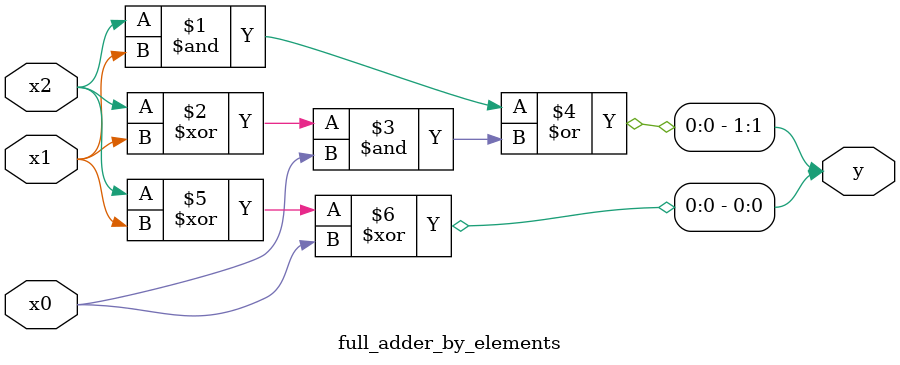
<source format=v>
module full_adder_by_elements(
    input wire x2, x1, x0, 
    output wire [1:0] y
);
    assign y[1] = (x2&x1)|((x2^x1)&x0);
    assign y[0] = (x2^x1)^x0;
endmodule
</source>
